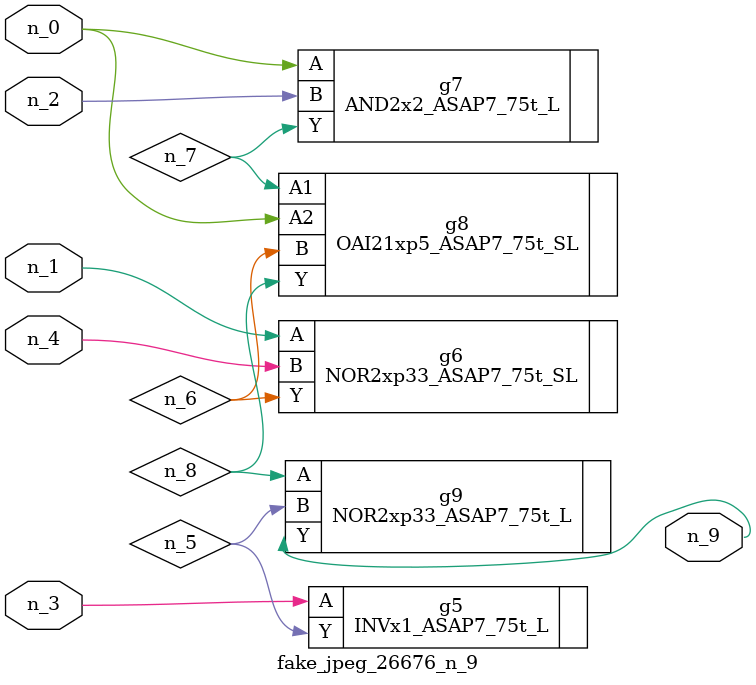
<source format=v>
module fake_jpeg_26676_n_9 (n_3, n_2, n_1, n_0, n_4, n_9);

input n_3;
input n_2;
input n_1;
input n_0;
input n_4;

output n_9;

wire n_8;
wire n_6;
wire n_5;
wire n_7;

INVx1_ASAP7_75t_L g5 ( 
.A(n_3),
.Y(n_5)
);

NOR2xp33_ASAP7_75t_SL g6 ( 
.A(n_1),
.B(n_4),
.Y(n_6)
);

AND2x2_ASAP7_75t_L g7 ( 
.A(n_0),
.B(n_2),
.Y(n_7)
);

OAI21xp5_ASAP7_75t_SL g8 ( 
.A1(n_7),
.A2(n_0),
.B(n_6),
.Y(n_8)
);

NOR2xp33_ASAP7_75t_L g9 ( 
.A(n_8),
.B(n_5),
.Y(n_9)
);


endmodule
</source>
